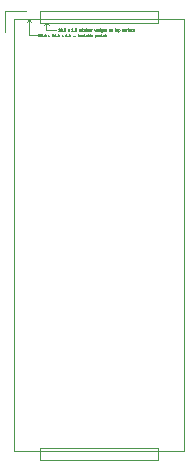
<source format=gbr>
G04 #@! TF.GenerationSoftware,KiCad,Pcbnew,5.1.8-db9833491~88~ubuntu20.10.1*
G04 #@! TF.CreationDate,2020-11-26T14:28:52-05:00*
G04 #@! TF.ProjectId,pcb2molex8878_chamfer,70636232-6d6f-46c6-9578-383837385f63,rev?*
G04 #@! TF.SameCoordinates,Original*
G04 #@! TF.FileFunction,OtherDrawing,Comment*
%FSLAX46Y46*%
G04 Gerber Fmt 4.6, Leading zero omitted, Abs format (unit mm)*
G04 Created by KiCad (PCBNEW 5.1.8-db9833491~88~ubuntu20.10.1) date 2020-11-26 14:28:52*
%MOMM*%
%LPD*%
G01*
G04 APERTURE LIST*
%ADD10C,0.010000*%
G04 APERTURE END LIST*
D10*
X141278400Y-82247000D02*
X142018400Y-82247000D01*
X141278400Y-80887000D02*
X141278400Y-82247000D01*
X141278400Y-80887000D02*
X141478400Y-81087000D01*
X141078400Y-81087000D02*
X141278400Y-80887000D01*
X141278400Y-80887000D02*
X141078400Y-81087000D01*
X142768400Y-81787000D02*
X143598400Y-81787000D01*
X142768400Y-81187000D02*
X142768400Y-81787000D01*
X142768400Y-81187000D02*
X142968400Y-81387000D01*
X142568400Y-81387000D02*
X142768400Y-81187000D01*
X142768400Y-81187000D02*
X142568400Y-81387000D01*
X152218400Y-118187000D02*
X142218400Y-118187000D01*
X152218400Y-117187000D02*
X152218400Y-118187000D01*
X142218400Y-117187000D02*
X152218400Y-117187000D01*
X142218400Y-118187000D02*
X142218400Y-117187000D01*
X152218400Y-80187000D02*
X142218400Y-80187000D01*
X152218400Y-81187000D02*
X152218400Y-80187000D01*
X142218400Y-81187000D02*
X152218400Y-81187000D01*
X142218400Y-80187000D02*
X142218400Y-81187000D01*
X154418400Y-117487000D02*
X140018400Y-117487000D01*
X154418400Y-80887000D02*
X154418400Y-117487000D01*
X140018400Y-80887000D02*
X154418400Y-80887000D01*
X140018400Y-117487000D02*
X140018400Y-80887000D01*
X139218400Y-80187000D02*
X141018400Y-80187000D01*
X139218400Y-80187000D02*
X139218400Y-81987000D01*
X143854590Y-81867476D02*
X143740304Y-81867476D01*
X143797447Y-81867476D02*
X143797447Y-81667476D01*
X143778400Y-81696047D01*
X143759352Y-81715095D01*
X143740304Y-81724619D01*
X143978400Y-81667476D02*
X143997447Y-81667476D01*
X144016495Y-81677000D01*
X144026019Y-81686523D01*
X144035542Y-81705571D01*
X144045066Y-81743666D01*
X144045066Y-81791285D01*
X144035542Y-81829380D01*
X144026019Y-81848428D01*
X144016495Y-81857952D01*
X143997447Y-81867476D01*
X143978400Y-81867476D01*
X143959352Y-81857952D01*
X143949828Y-81848428D01*
X143940304Y-81829380D01*
X143930780Y-81791285D01*
X143930780Y-81743666D01*
X143940304Y-81705571D01*
X143949828Y-81686523D01*
X143959352Y-81677000D01*
X143978400Y-81667476D01*
X144130780Y-81848428D02*
X144140304Y-81857952D01*
X144130780Y-81867476D01*
X144121257Y-81857952D01*
X144130780Y-81848428D01*
X144130780Y-81867476D01*
X144264114Y-81667476D02*
X144283161Y-81667476D01*
X144302209Y-81677000D01*
X144311733Y-81686523D01*
X144321257Y-81705571D01*
X144330780Y-81743666D01*
X144330780Y-81791285D01*
X144321257Y-81829380D01*
X144311733Y-81848428D01*
X144302209Y-81857952D01*
X144283161Y-81867476D01*
X144264114Y-81867476D01*
X144245066Y-81857952D01*
X144235542Y-81848428D01*
X144226019Y-81829380D01*
X144216495Y-81791285D01*
X144216495Y-81743666D01*
X144226019Y-81705571D01*
X144235542Y-81686523D01*
X144245066Y-81677000D01*
X144264114Y-81667476D01*
X144549828Y-81867476D02*
X144654590Y-81734142D01*
X144549828Y-81734142D02*
X144654590Y-81867476D01*
X144987923Y-81867476D02*
X144873638Y-81867476D01*
X144930780Y-81867476D02*
X144930780Y-81667476D01*
X144911733Y-81696047D01*
X144892685Y-81715095D01*
X144873638Y-81724619D01*
X145073638Y-81848428D02*
X145083161Y-81857952D01*
X145073638Y-81867476D01*
X145064114Y-81857952D01*
X145073638Y-81848428D01*
X145073638Y-81867476D01*
X145206971Y-81667476D02*
X145226019Y-81667476D01*
X145245066Y-81677000D01*
X145254590Y-81686523D01*
X145264114Y-81705571D01*
X145273638Y-81743666D01*
X145273638Y-81791285D01*
X145264114Y-81829380D01*
X145254590Y-81848428D01*
X145245066Y-81857952D01*
X145226019Y-81867476D01*
X145206971Y-81867476D01*
X145187923Y-81857952D01*
X145178400Y-81848428D01*
X145168876Y-81829380D01*
X145159352Y-81791285D01*
X145159352Y-81743666D01*
X145168876Y-81705571D01*
X145178400Y-81686523D01*
X145187923Y-81677000D01*
X145206971Y-81667476D01*
X145511733Y-81867476D02*
X145511733Y-81734142D01*
X145511733Y-81772238D02*
X145521257Y-81753190D01*
X145530780Y-81743666D01*
X145549828Y-81734142D01*
X145568876Y-81734142D01*
X145711733Y-81857952D02*
X145692685Y-81867476D01*
X145654590Y-81867476D01*
X145635542Y-81857952D01*
X145626019Y-81838904D01*
X145626019Y-81762714D01*
X145635542Y-81743666D01*
X145654590Y-81734142D01*
X145692685Y-81734142D01*
X145711733Y-81743666D01*
X145721257Y-81762714D01*
X145721257Y-81781761D01*
X145626019Y-81800809D01*
X145778400Y-81734142D02*
X145854590Y-81734142D01*
X145806971Y-81667476D02*
X145806971Y-81838904D01*
X145816495Y-81857952D01*
X145835542Y-81867476D01*
X145854590Y-81867476D01*
X146006971Y-81867476D02*
X146006971Y-81762714D01*
X145997447Y-81743666D01*
X145978400Y-81734142D01*
X145940304Y-81734142D01*
X145921257Y-81743666D01*
X146006971Y-81857952D02*
X145987923Y-81867476D01*
X145940304Y-81867476D01*
X145921257Y-81857952D01*
X145911733Y-81838904D01*
X145911733Y-81819857D01*
X145921257Y-81800809D01*
X145940304Y-81791285D01*
X145987923Y-81791285D01*
X146006971Y-81781761D01*
X146102209Y-81867476D02*
X146102209Y-81734142D01*
X146102209Y-81667476D02*
X146092685Y-81677000D01*
X146102209Y-81686523D01*
X146111733Y-81677000D01*
X146102209Y-81667476D01*
X146102209Y-81686523D01*
X146197447Y-81734142D02*
X146197447Y-81867476D01*
X146197447Y-81753190D02*
X146206971Y-81743666D01*
X146226019Y-81734142D01*
X146254590Y-81734142D01*
X146273638Y-81743666D01*
X146283161Y-81762714D01*
X146283161Y-81867476D01*
X146454590Y-81857952D02*
X146435542Y-81867476D01*
X146397447Y-81867476D01*
X146378400Y-81857952D01*
X146368876Y-81838904D01*
X146368876Y-81762714D01*
X146378400Y-81743666D01*
X146397447Y-81734142D01*
X146435542Y-81734142D01*
X146454590Y-81743666D01*
X146464114Y-81762714D01*
X146464114Y-81781761D01*
X146368876Y-81800809D01*
X146549828Y-81867476D02*
X146549828Y-81734142D01*
X146549828Y-81772238D02*
X146559352Y-81753190D01*
X146568876Y-81743666D01*
X146587923Y-81734142D01*
X146606971Y-81734142D01*
X146806971Y-81734142D02*
X146845066Y-81867476D01*
X146883161Y-81772238D01*
X146921257Y-81867476D01*
X146959352Y-81734142D01*
X147111733Y-81857952D02*
X147092685Y-81867476D01*
X147054590Y-81867476D01*
X147035542Y-81857952D01*
X147026019Y-81838904D01*
X147026019Y-81762714D01*
X147035542Y-81743666D01*
X147054590Y-81734142D01*
X147092685Y-81734142D01*
X147111733Y-81743666D01*
X147121257Y-81762714D01*
X147121257Y-81781761D01*
X147026019Y-81800809D01*
X147292685Y-81867476D02*
X147292685Y-81667476D01*
X147292685Y-81857952D02*
X147273638Y-81867476D01*
X147235542Y-81867476D01*
X147216495Y-81857952D01*
X147206971Y-81848428D01*
X147197447Y-81829380D01*
X147197447Y-81772238D01*
X147206971Y-81753190D01*
X147216495Y-81743666D01*
X147235542Y-81734142D01*
X147273638Y-81734142D01*
X147292685Y-81743666D01*
X147473638Y-81734142D02*
X147473638Y-81896047D01*
X147464114Y-81915095D01*
X147454590Y-81924619D01*
X147435542Y-81934142D01*
X147406971Y-81934142D01*
X147387923Y-81924619D01*
X147473638Y-81857952D02*
X147454590Y-81867476D01*
X147416495Y-81867476D01*
X147397447Y-81857952D01*
X147387923Y-81848428D01*
X147378400Y-81829380D01*
X147378400Y-81772238D01*
X147387923Y-81753190D01*
X147397447Y-81743666D01*
X147416495Y-81734142D01*
X147454590Y-81734142D01*
X147473638Y-81743666D01*
X147645066Y-81857952D02*
X147626019Y-81867476D01*
X147587923Y-81867476D01*
X147568876Y-81857952D01*
X147559352Y-81838904D01*
X147559352Y-81762714D01*
X147568876Y-81743666D01*
X147587923Y-81734142D01*
X147626019Y-81734142D01*
X147645066Y-81743666D01*
X147654590Y-81762714D01*
X147654590Y-81781761D01*
X147559352Y-81800809D01*
X147730780Y-81857952D02*
X147749828Y-81867476D01*
X147787923Y-81867476D01*
X147806971Y-81857952D01*
X147816495Y-81838904D01*
X147816495Y-81829380D01*
X147806971Y-81810333D01*
X147787923Y-81800809D01*
X147759352Y-81800809D01*
X147740304Y-81791285D01*
X147730780Y-81772238D01*
X147730780Y-81762714D01*
X147740304Y-81743666D01*
X147759352Y-81734142D01*
X147787923Y-81734142D01*
X147806971Y-81743666D01*
X148083161Y-81867476D02*
X148064114Y-81857952D01*
X148054590Y-81848428D01*
X148045066Y-81829380D01*
X148045066Y-81772238D01*
X148054590Y-81753190D01*
X148064114Y-81743666D01*
X148083161Y-81734142D01*
X148111733Y-81734142D01*
X148130780Y-81743666D01*
X148140304Y-81753190D01*
X148149828Y-81772238D01*
X148149828Y-81829380D01*
X148140304Y-81848428D01*
X148130780Y-81857952D01*
X148111733Y-81867476D01*
X148083161Y-81867476D01*
X148235542Y-81734142D02*
X148235542Y-81867476D01*
X148235542Y-81753190D02*
X148245066Y-81743666D01*
X148264114Y-81734142D01*
X148292685Y-81734142D01*
X148311733Y-81743666D01*
X148321257Y-81762714D01*
X148321257Y-81867476D01*
X148540304Y-81734142D02*
X148616495Y-81734142D01*
X148568876Y-81667476D02*
X148568876Y-81838904D01*
X148578400Y-81857952D01*
X148597447Y-81867476D01*
X148616495Y-81867476D01*
X148711733Y-81867476D02*
X148692685Y-81857952D01*
X148683161Y-81848428D01*
X148673638Y-81829380D01*
X148673638Y-81772238D01*
X148683161Y-81753190D01*
X148692685Y-81743666D01*
X148711733Y-81734142D01*
X148740304Y-81734142D01*
X148759352Y-81743666D01*
X148768876Y-81753190D01*
X148778400Y-81772238D01*
X148778400Y-81829380D01*
X148768876Y-81848428D01*
X148759352Y-81857952D01*
X148740304Y-81867476D01*
X148711733Y-81867476D01*
X148864114Y-81734142D02*
X148864114Y-81934142D01*
X148864114Y-81743666D02*
X148883161Y-81734142D01*
X148921257Y-81734142D01*
X148940304Y-81743666D01*
X148949828Y-81753190D01*
X148959352Y-81772238D01*
X148959352Y-81829380D01*
X148949828Y-81848428D01*
X148940304Y-81857952D01*
X148921257Y-81867476D01*
X148883161Y-81867476D01*
X148864114Y-81857952D01*
X149187923Y-81857952D02*
X149206971Y-81867476D01*
X149245066Y-81867476D01*
X149264114Y-81857952D01*
X149273638Y-81838904D01*
X149273638Y-81829380D01*
X149264114Y-81810333D01*
X149245066Y-81800809D01*
X149216495Y-81800809D01*
X149197447Y-81791285D01*
X149187923Y-81772238D01*
X149187923Y-81762714D01*
X149197447Y-81743666D01*
X149216495Y-81734142D01*
X149245066Y-81734142D01*
X149264114Y-81743666D01*
X149445066Y-81734142D02*
X149445066Y-81867476D01*
X149359352Y-81734142D02*
X149359352Y-81838904D01*
X149368876Y-81857952D01*
X149387923Y-81867476D01*
X149416495Y-81867476D01*
X149435542Y-81857952D01*
X149445066Y-81848428D01*
X149540304Y-81867476D02*
X149540304Y-81734142D01*
X149540304Y-81772238D02*
X149549828Y-81753190D01*
X149559352Y-81743666D01*
X149578400Y-81734142D01*
X149597447Y-81734142D01*
X149635542Y-81734142D02*
X149711733Y-81734142D01*
X149664114Y-81867476D02*
X149664114Y-81696047D01*
X149673638Y-81677000D01*
X149692685Y-81667476D01*
X149711733Y-81667476D01*
X149864114Y-81867476D02*
X149864114Y-81762714D01*
X149854590Y-81743666D01*
X149835542Y-81734142D01*
X149797447Y-81734142D01*
X149778400Y-81743666D01*
X149864114Y-81857952D02*
X149845066Y-81867476D01*
X149797447Y-81867476D01*
X149778400Y-81857952D01*
X149768876Y-81838904D01*
X149768876Y-81819857D01*
X149778400Y-81800809D01*
X149797447Y-81791285D01*
X149845066Y-81791285D01*
X149864114Y-81781761D01*
X150045066Y-81857952D02*
X150026019Y-81867476D01*
X149987923Y-81867476D01*
X149968876Y-81857952D01*
X149959352Y-81848428D01*
X149949828Y-81829380D01*
X149949828Y-81772238D01*
X149959352Y-81753190D01*
X149968876Y-81743666D01*
X149987923Y-81734142D01*
X150026019Y-81734142D01*
X150045066Y-81743666D01*
X150206971Y-81857952D02*
X150187923Y-81867476D01*
X150149828Y-81867476D01*
X150130780Y-81857952D01*
X150121257Y-81838904D01*
X150121257Y-81762714D01*
X150130780Y-81743666D01*
X150149828Y-81734142D01*
X150187923Y-81734142D01*
X150206971Y-81743666D01*
X150216495Y-81762714D01*
X150216495Y-81781761D01*
X150121257Y-81800809D01*
X142090304Y-82147476D02*
X142214114Y-82147476D01*
X142147447Y-82223666D01*
X142176019Y-82223666D01*
X142195066Y-82233190D01*
X142204590Y-82242714D01*
X142214114Y-82261761D01*
X142214114Y-82309380D01*
X142204590Y-82328428D01*
X142195066Y-82337952D01*
X142176019Y-82347476D01*
X142118876Y-82347476D01*
X142099828Y-82337952D01*
X142090304Y-82328428D01*
X142385542Y-82147476D02*
X142347447Y-82147476D01*
X142328400Y-82157000D01*
X142318876Y-82166523D01*
X142299828Y-82195095D01*
X142290304Y-82233190D01*
X142290304Y-82309380D01*
X142299828Y-82328428D01*
X142309352Y-82337952D01*
X142328400Y-82347476D01*
X142366495Y-82347476D01*
X142385542Y-82337952D01*
X142395066Y-82328428D01*
X142404590Y-82309380D01*
X142404590Y-82261761D01*
X142395066Y-82242714D01*
X142385542Y-82233190D01*
X142366495Y-82223666D01*
X142328400Y-82223666D01*
X142309352Y-82233190D01*
X142299828Y-82242714D01*
X142290304Y-82261761D01*
X142490304Y-82328428D02*
X142499828Y-82337952D01*
X142490304Y-82347476D01*
X142480780Y-82337952D01*
X142490304Y-82328428D01*
X142490304Y-82347476D01*
X142671257Y-82147476D02*
X142633161Y-82147476D01*
X142614114Y-82157000D01*
X142604590Y-82166523D01*
X142585542Y-82195095D01*
X142576019Y-82233190D01*
X142576019Y-82309380D01*
X142585542Y-82328428D01*
X142595066Y-82337952D01*
X142614114Y-82347476D01*
X142652209Y-82347476D01*
X142671257Y-82337952D01*
X142680780Y-82328428D01*
X142690304Y-82309380D01*
X142690304Y-82261761D01*
X142680780Y-82242714D01*
X142671257Y-82233190D01*
X142652209Y-82223666D01*
X142614114Y-82223666D01*
X142595066Y-82233190D01*
X142585542Y-82242714D01*
X142576019Y-82261761D01*
X142909352Y-82347476D02*
X143014114Y-82214142D01*
X142909352Y-82214142D02*
X143014114Y-82347476D01*
X143347447Y-82347476D02*
X143233161Y-82347476D01*
X143290304Y-82347476D02*
X143290304Y-82147476D01*
X143271257Y-82176047D01*
X143252209Y-82195095D01*
X143233161Y-82204619D01*
X143518876Y-82214142D02*
X143518876Y-82347476D01*
X143471257Y-82137952D02*
X143423638Y-82280809D01*
X143547447Y-82280809D01*
X143623638Y-82328428D02*
X143633161Y-82337952D01*
X143623638Y-82347476D01*
X143614114Y-82337952D01*
X143623638Y-82328428D01*
X143623638Y-82347476D01*
X143804590Y-82214142D02*
X143804590Y-82347476D01*
X143756971Y-82137952D02*
X143709352Y-82280809D01*
X143833161Y-82280809D01*
X144042685Y-82347476D02*
X144147447Y-82214142D01*
X144042685Y-82214142D02*
X144147447Y-82347476D01*
X144480780Y-82347476D02*
X144366495Y-82347476D01*
X144423638Y-82347476D02*
X144423638Y-82147476D01*
X144404590Y-82176047D01*
X144385542Y-82195095D01*
X144366495Y-82204619D01*
X144566495Y-82328428D02*
X144576019Y-82337952D01*
X144566495Y-82347476D01*
X144556971Y-82337952D01*
X144566495Y-82328428D01*
X144566495Y-82347476D01*
X144747447Y-82214142D02*
X144747447Y-82347476D01*
X144699828Y-82137952D02*
X144652209Y-82280809D01*
X144776019Y-82280809D01*
X145004590Y-82271285D02*
X145156971Y-82271285D01*
X145404590Y-82347476D02*
X145404590Y-82147476D01*
X145404590Y-82223666D02*
X145423638Y-82214142D01*
X145461733Y-82214142D01*
X145480780Y-82223666D01*
X145490304Y-82233190D01*
X145499828Y-82252238D01*
X145499828Y-82309380D01*
X145490304Y-82328428D01*
X145480780Y-82337952D01*
X145461733Y-82347476D01*
X145423638Y-82347476D01*
X145404590Y-82337952D01*
X145671257Y-82347476D02*
X145671257Y-82242714D01*
X145661733Y-82223666D01*
X145642685Y-82214142D01*
X145604590Y-82214142D01*
X145585542Y-82223666D01*
X145671257Y-82337952D02*
X145652209Y-82347476D01*
X145604590Y-82347476D01*
X145585542Y-82337952D01*
X145576019Y-82318904D01*
X145576019Y-82299857D01*
X145585542Y-82280809D01*
X145604590Y-82271285D01*
X145652209Y-82271285D01*
X145671257Y-82261761D01*
X145852209Y-82337952D02*
X145833161Y-82347476D01*
X145795066Y-82347476D01*
X145776019Y-82337952D01*
X145766495Y-82328428D01*
X145756971Y-82309380D01*
X145756971Y-82252238D01*
X145766495Y-82233190D01*
X145776019Y-82223666D01*
X145795066Y-82214142D01*
X145833161Y-82214142D01*
X145852209Y-82223666D01*
X145937923Y-82347476D02*
X145937923Y-82147476D01*
X145956971Y-82271285D02*
X146014114Y-82347476D01*
X146014114Y-82214142D02*
X145937923Y-82290333D01*
X146090304Y-82337952D02*
X146109352Y-82347476D01*
X146147447Y-82347476D01*
X146166495Y-82337952D01*
X146176019Y-82318904D01*
X146176019Y-82309380D01*
X146166495Y-82290333D01*
X146147447Y-82280809D01*
X146118876Y-82280809D01*
X146099828Y-82271285D01*
X146090304Y-82252238D01*
X146090304Y-82242714D01*
X146099828Y-82223666D01*
X146118876Y-82214142D01*
X146147447Y-82214142D01*
X146166495Y-82223666D01*
X146261733Y-82347476D02*
X146261733Y-82214142D01*
X146261733Y-82147476D02*
X146252209Y-82157000D01*
X146261733Y-82166523D01*
X146271257Y-82157000D01*
X146261733Y-82147476D01*
X146261733Y-82166523D01*
X146442685Y-82347476D02*
X146442685Y-82147476D01*
X146442685Y-82337952D02*
X146423638Y-82347476D01*
X146385542Y-82347476D01*
X146366495Y-82337952D01*
X146356971Y-82328428D01*
X146347447Y-82309380D01*
X146347447Y-82252238D01*
X146356971Y-82233190D01*
X146366495Y-82223666D01*
X146385542Y-82214142D01*
X146423638Y-82214142D01*
X146442685Y-82223666D01*
X146614114Y-82337952D02*
X146595066Y-82347476D01*
X146556971Y-82347476D01*
X146537923Y-82337952D01*
X146528400Y-82318904D01*
X146528400Y-82242714D01*
X146537923Y-82223666D01*
X146556971Y-82214142D01*
X146595066Y-82214142D01*
X146614114Y-82223666D01*
X146623638Y-82242714D01*
X146623638Y-82261761D01*
X146528400Y-82280809D01*
X146861733Y-82214142D02*
X146861733Y-82414142D01*
X146861733Y-82223666D02*
X146880780Y-82214142D01*
X146918876Y-82214142D01*
X146937923Y-82223666D01*
X146947447Y-82233190D01*
X146956971Y-82252238D01*
X146956971Y-82309380D01*
X146947447Y-82328428D01*
X146937923Y-82337952D01*
X146918876Y-82347476D01*
X146880780Y-82347476D01*
X146861733Y-82337952D01*
X147071257Y-82347476D02*
X147052209Y-82337952D01*
X147042685Y-82328428D01*
X147033161Y-82309380D01*
X147033161Y-82252238D01*
X147042685Y-82233190D01*
X147052209Y-82223666D01*
X147071257Y-82214142D01*
X147099828Y-82214142D01*
X147118876Y-82223666D01*
X147128400Y-82233190D01*
X147137923Y-82252238D01*
X147137923Y-82309380D01*
X147128400Y-82328428D01*
X147118876Y-82337952D01*
X147099828Y-82347476D01*
X147071257Y-82347476D01*
X147309352Y-82337952D02*
X147290304Y-82347476D01*
X147252209Y-82347476D01*
X147233161Y-82337952D01*
X147223638Y-82328428D01*
X147214114Y-82309380D01*
X147214114Y-82252238D01*
X147223638Y-82233190D01*
X147233161Y-82223666D01*
X147252209Y-82214142D01*
X147290304Y-82214142D01*
X147309352Y-82223666D01*
X147395066Y-82347476D02*
X147395066Y-82147476D01*
X147414114Y-82271285D02*
X147471257Y-82347476D01*
X147471257Y-82214142D02*
X147395066Y-82290333D01*
X147633161Y-82337952D02*
X147614114Y-82347476D01*
X147576019Y-82347476D01*
X147556971Y-82337952D01*
X147547447Y-82318904D01*
X147547447Y-82242714D01*
X147556971Y-82223666D01*
X147576019Y-82214142D01*
X147614114Y-82214142D01*
X147633161Y-82223666D01*
X147642685Y-82242714D01*
X147642685Y-82261761D01*
X147547447Y-82280809D01*
X147699828Y-82214142D02*
X147776019Y-82214142D01*
X147728400Y-82147476D02*
X147728400Y-82318904D01*
X147737923Y-82337952D01*
X147756971Y-82347476D01*
X147776019Y-82347476D01*
M02*

</source>
